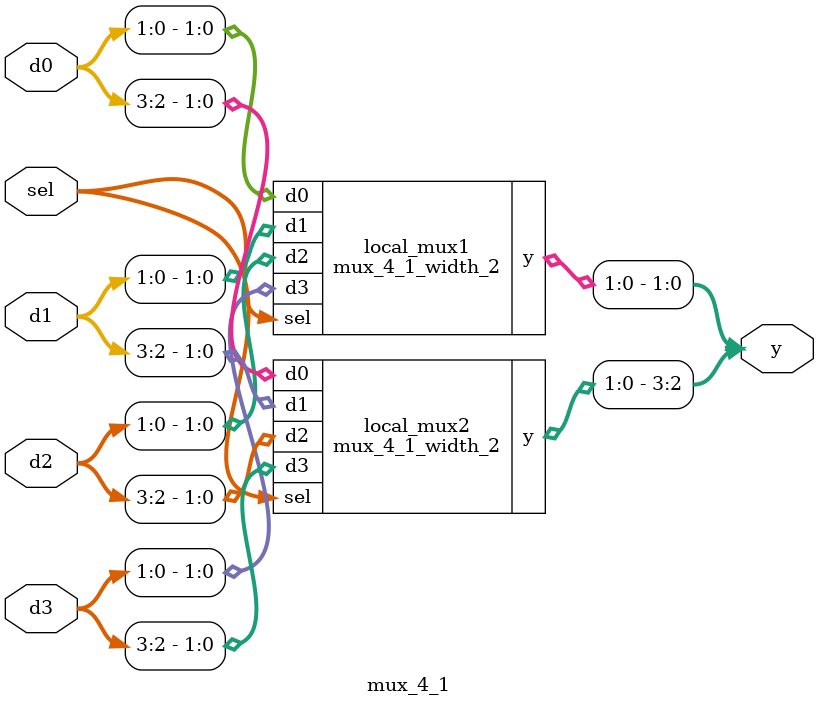
<source format=sv>

module mux_4_1_width_2
(
  input  [1:0] d0, d1, d2, d3,
  input  [1:0] sel,
  output [1:0] y
);

  assign y = sel [1] ? (sel [0] ? d3 : d2)
                     : (sel [0] ? d1 : d0);

endmodule

//----------------------------------------------------------------------------
// Task
//----------------------------------------------------------------------------

module mux_4_1
(
  input  [3:0] d0, d1, d2, d3,
  input  [1:0] sel,
  output [3:0] y
);

  // Task:
  // Implement mux_4_1 with 4-bit data
  // using two instances of mux_4_1_width_2 with 2-bit data


  mux_4_1_width_2 local_mux1 (
    .d0(d0[1:0]),
    .d1(d1[1:0]),
    .d2(d2[1:0]),
    .d3(d3[1:0]),
    .sel(sel),
    .y(y[1:0])
  );

  mux_4_1_width_2 local_mux2 (
    .d0(d0[3:2]),
    .d1(d1[3:2]),
    .d2(d2[3:2]),
    .d3(d3[3:2]),
    .sel(sel),
    .y(y[3:2])
  );

endmodule

</source>
